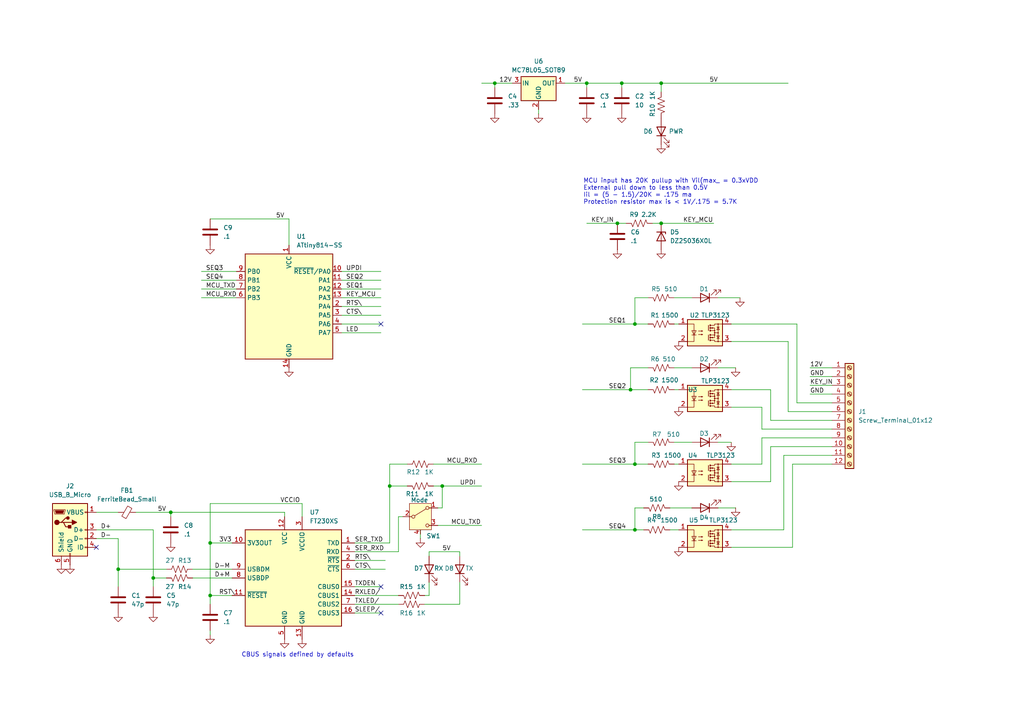
<source format=kicad_sch>
(kicad_sch (version 20231120) (generator "eeschema") (generator_version "8.0")
  (paper "A4")
  (lib_symbols
    (symbol "Connector:Screw_Terminal_01x12" (pin_names (offset 1.016) hide)
      (property "Reference" "J" (at 0 15.24 0))
      (property "Value" "Screw_Terminal_01x12" (at 0 -17.78 0))
      (symbol "Screw_Terminal_01x12_1_1"
        (rectangle (start -1.27 13.97) (end 1.27 -16.51) (stroke (width 0.254)) (fill (type background)))
        (circle (center 0 -15.24) (radius 0.635) (stroke (width 0.1524)))
        (circle (center 0 -12.7) (radius 0.635) (stroke (width 0.1524)))
        (circle (center 0 -10.16) (radius 0.635) (stroke (width 0.1524)))
        (circle (center 0 -7.62) (radius 0.635) (stroke (width 0.1524)))
        (circle (center 0 -5.08) (radius 0.635) (stroke (width 0.1524)))
        (circle (center 0 -2.54) (radius 0.635) (stroke (width 0.1524)))
        (polyline (pts (xy -0.5334 -14.9098) (xy 0.3302 -15.748)) (stroke (width 0.1524)))
        (polyline (pts (xy -0.5334 -12.3698) (xy 0.3302 -13.208)) (stroke (width 0.1524)))
        (polyline (pts (xy -0.5334 -9.8298) (xy 0.3302 -10.668)) (stroke (width 0.1524)))
        (polyline (pts (xy -0.5334 -7.2898) (xy 0.3302 -8.128)) (stroke (width 0.1524)))
        (polyline (pts (xy -0.5334 -4.7498) (xy 0.3302 -5.588)) (stroke (width 0.1524)))
        (polyline (pts (xy -0.5334 -2.2098) (xy 0.3302 -3.048)) (stroke (width 0.1524)))
        (polyline (pts (xy -0.5334 0.3302) (xy 0.3302 -0.508)) (stroke (width 0.1524)))
        (polyline (pts (xy -0.5334 2.8702) (xy 0.3302 2.032)) (stroke (width 0.1524)))
        (polyline (pts (xy -0.5334 5.4102) (xy 0.3302 4.572)) (stroke (width 0.1524)))
        (polyline (pts (xy -0.5334 7.9502) (xy 0.3302 7.112)) (stroke (width 0.1524)))
        (polyline (pts (xy -0.5334 10.4902) (xy 0.3302 9.652)) (stroke (width 0.1524)))
        (polyline (pts (xy -0.5334 13.0302) (xy 0.3302 12.192)) (stroke (width 0.1524)))
        (polyline (pts (xy -0.3556 -14.732) (xy 0.508 -15.5702)) (stroke (width 0.1524)))
        (polyline (pts (xy -0.3556 -12.192) (xy 0.508 -13.0302)) (stroke (width 0.1524)))
        (polyline (pts (xy -0.3556 -9.652) (xy 0.508 -10.4902)) (stroke (width 0.1524)))
        (polyline (pts (xy -0.3556 -7.112) (xy 0.508 -7.9502)) (stroke (width 0.1524)))
        (polyline (pts (xy -0.3556 -4.572) (xy 0.508 -5.4102)) (stroke (width 0.1524)))
        (polyline (pts (xy -0.3556 -2.032) (xy 0.508 -2.8702)) (stroke (width 0.1524)))
        (polyline (pts (xy -0.3556 0.508) (xy 0.508 -0.3302)) (stroke (width 0.1524)))
        (polyline (pts (xy -0.3556 3.048) (xy 0.508 2.2098)) (stroke (width 0.1524)))
        (polyline (pts (xy -0.3556 5.588) (xy 0.508 4.7498)) (stroke (width 0.1524)))
        (polyline (pts (xy -0.3556 8.128) (xy 0.508 7.2898)) (stroke (width 0.1524)))
        (polyline (pts (xy -0.3556 10.668) (xy 0.508 9.8298)) (stroke (width 0.1524)))
        (polyline (pts (xy -0.3556 13.208) (xy 0.508 12.3698)) (stroke (width 0.1524)))
        (circle (center 0 0) (radius 0.635) (stroke (width 0.1524)))
        (circle (center 0 2.54) (radius 0.635) (stroke (width 0.1524)))
        (circle (center 0 5.08) (radius 0.635) (stroke (width 0.1524)))
        (circle (center 0 7.62) (radius 0.635) (stroke (width 0.1524)))
        (circle (center 0 10.16) (radius 0.635) (stroke (width 0.1524)))
        (circle (center 0 12.7) (radius 0.635) (stroke (width 0.1524)))
        (pin passive line (at -5.08 12.7 0) (length 3.81) (name "Pin_1") (number "1"))
        (pin passive line (at -5.08 -10.16 0) (length 3.81) (name "Pin_10") (number "10"))
        (pin passive line (at -5.08 -12.7 0) (length 3.81) (name "Pin_11") (number "11"))
        (pin passive line (at -5.08 -15.24 0) (length 3.81) (name "Pin_12") (number "12"))
        (pin passive line (at -5.08 10.16 0) (length 3.81) (name "Pin_2") (number "2"))
        (pin passive line (at -5.08 7.62 0) (length 3.81) (name "Pin_3") (number "3"))
        (pin passive line (at -5.08 5.08 0) (length 3.81) (name "Pin_4") (number "4"))
        (pin passive line (at -5.08 2.54 0) (length 3.81) (name "Pin_5") (number "5"))
        (pin passive line (at -5.08 0 0) (length 3.81) (name "Pin_6") (number "6"))
        (pin passive line (at -5.08 -2.54 0) (length 3.81) (name "Pin_7") (number "7"))
        (pin passive line (at -5.08 -5.08 0) (length 3.81) (name "Pin_8") (number "8"))
        (pin passive line (at -5.08 -7.62 0) (length 3.81) (name "Pin_9") (number "9"))
      )
    )
    (symbol "Connector:USB_B_Micro" (pin_names (offset 1.016))
      (property "Reference" "J" (at -5.08 11.43 0))
      (property "Value" "USB_B_Micro" (at -5.08 8.89 0))
      (symbol "USB_B_Micro_0_1"
        (rectangle (start -5.08 -7.62) (end 5.08 7.62) (stroke (width 0.254)) (fill (type background)))
        (circle (center -3.81 2.159) (radius 0.635) (stroke (width 0.254)) (fill (type outline)))
        (circle (center -0.635 3.429) (radius 0.381) (stroke (width 0.254)) (fill (type outline)))
        (rectangle (start -0.127 -7.62) (end 0.127 -6.858))
        (polyline (pts (xy -1.905 2.159) (xy 0.635 2.159)) (stroke (width 0.254)))
        (polyline (pts (xy -3.175 2.159) (xy -2.54 2.159) (xy -1.27 3.429) (xy -0.635 3.429)) (stroke (width 0.254)))
        (polyline (pts (xy -2.54 2.159) (xy -1.905 2.159) (xy -1.27 0.889) (xy 0 0.889)) (stroke (width 0.254)))
        (polyline (pts (xy 0.635 2.794) (xy 0.635 1.524) (xy 1.905 2.159) (xy 0.635 2.794)) (stroke (width 0.254)) (fill (type outline)))
        (polyline (pts (xy -4.318 5.588) (xy -1.778 5.588) (xy -2.032 4.826) (xy -4.064 4.826) (xy -4.318 5.588)) (fill (type outline)))
        (polyline (pts (xy -4.699 5.842) (xy -4.699 5.588) (xy -4.445 4.826) (xy -4.445 4.572) (xy -1.651 4.572) (xy -1.651 4.826) (xy -1.397 5.588) (xy -1.397 5.842) (xy -4.699 5.842)))
        (rectangle (start 0.254 1.27) (end -0.508 0.508) (stroke (width 0.254)) (fill (type outline)))
        (rectangle (start 5.08 -5.207) (end 4.318 -4.953))
        (rectangle (start 5.08 -2.667) (end 4.318 -2.413))
        (rectangle (start 5.08 -0.127) (end 4.318 0.127))
        (rectangle (start 5.08 4.953) (end 4.318 5.207))
      )
      (symbol "USB_B_Micro_1_1"
        (pin power_out line (at 7.62 5.08 180) (length 2.54) (name "VBUS") (number "1"))
        (pin bidirectional line (at 7.62 -2.54 180) (length 2.54) (name "D-") (number "2"))
        (pin bidirectional line (at 7.62 0 180) (length 2.54) (name "D+") (number "3"))
        (pin passive line (at 7.62 -5.08 180) (length 2.54) (name "ID") (number "4"))
        (pin power_out line (at 0 -10.16 90) (length 2.54) (name "GND") (number "5"))
        (pin passive line (at -2.54 -10.16 90) (length 2.54) (name "Shield") (number "6"))
      )
    )
    (symbol "Device:C" (pin_numbers hide) (pin_names (offset 0.254))
      (property "Reference" "C" (at 0.635 2.54 0))
      (property "Value" "C" (at 0.635 -2.54 0))
      (symbol "C_0_1"
        (polyline (pts (xy -2.032 -0.762) (xy 2.032 -0.762)) (stroke (width 0.508)))
        (polyline (pts (xy -2.032 0.762) (xy 2.032 0.762)) (stroke (width 0.508)))
      )
      (symbol "C_1_1"
        (pin passive line (at 0 3.81 270) (length 2.794) (name "~") (number "1"))
        (pin passive line (at 0 -3.81 90) (length 2.794) (name "~") (number "2"))
      )
    )
    (symbol "Device:FerriteBead_Small" (pin_numbers hide) (pin_names (offset 0))
      (property "Reference" "FB" (at 1.905 1.27 0))
      (property "Value" "FerriteBead_Small" (at 1.905 -1.27 0))
      (symbol "FerriteBead_Small_0_1"
        (polyline (pts (xy 0 -1.27) (xy 0 -0.7874)))
        (polyline (pts (xy 0 0.889) (xy 0 1.2954)))
        (polyline (pts (xy -1.8288 0.2794) (xy -1.1176 1.4986) (xy 1.8288 -0.2032) (xy 1.1176 -1.4224) (xy -1.8288 0.2794)))
      )
      (symbol "FerriteBead_Small_1_1"
        (pin passive line (at 0 2.54 270) (length 1.27) (name "~") (number "1"))
        (pin passive line (at 0 -2.54 90) (length 1.27) (name "~") (number "2"))
      )
    )
    (symbol "Device:LED" (pin_numbers hide) (pin_names (offset 1.016) hide)
      (property "Reference" "D" (at 0 2.54 0))
      (property "Value" "LED" (at 0 -2.54 0))
      (symbol "LED_0_1"
        (polyline (pts (xy -1.27 -1.27) (xy -1.27 1.27)) (stroke (width 0.254)))
        (polyline (pts (xy -1.27 0) (xy 1.27 0)))
        (polyline (pts (xy 1.27 -1.27) (xy 1.27 1.27) (xy -1.27 0) (xy 1.27 -1.27)) (stroke (width 0.254)))
        (polyline (pts (xy -3.048 -0.762) (xy -4.572 -2.286) (xy -3.81 -2.286) (xy -4.572 -2.286) (xy -4.572 -1.524)))
        (polyline (pts (xy -1.778 -0.762) (xy -3.302 -2.286) (xy -2.54 -2.286) (xy -3.302 -2.286) (xy -3.302 -1.524)))
      )
      (symbol "LED_1_1"
        (pin passive line (at -3.81 0 0) (length 2.54) (name "K") (number "1"))
        (pin passive line (at 3.81 0 180) (length 2.54) (name "A") (number "2"))
      )
    )
    (symbol "Device:R_US" (pin_numbers hide) (pin_names (offset 0))
      (property "Reference" "R" (at 2.54 0 90))
      (property "Value" "R_US" (at -2.54 0 90))
      (symbol "R_US_0_1"
        (polyline (pts (xy 0 -2.286) (xy 0 -2.54)))
        (polyline (pts (xy 0 2.286) (xy 0 2.54)))
        (polyline (pts (xy 0 -0.762) (xy 1.016 -1.143) (xy 0 -1.524) (xy -1.016 -1.905) (xy 0 -2.286)))
        (polyline (pts (xy 0 0.762) (xy 1.016 0.381) (xy 0 0) (xy -1.016 -0.381) (xy 0 -0.762)))
        (polyline (pts (xy 0 2.286) (xy 1.016 1.905) (xy 0 1.524) (xy -1.016 1.143) (xy 0 0.762)))
      )
      (symbol "R_US_1_1"
        (pin passive line (at 0 3.81 270) (length 1.27) (name "~") (number "1"))
        (pin passive line (at 0 -3.81 90) (length 1.27) (name "~") (number "2"))
      )
    )
    (symbol "Diode:DZ2S036X0L" (pin_numbers hide) (pin_names hide)
      (property "Reference" "D" (at 0 2.54 0))
      (property "Value" "DZ2S036X0L" (at 0 -2.54 0))
      (symbol "DZ2S036X0L_0_1"
        (polyline (pts (xy 1.27 0) (xy -1.27 0)))
        (polyline (pts (xy -1.27 -1.27) (xy -1.27 1.27) (xy -0.762 1.27)) (stroke (width 0.254)))
        (polyline (pts (xy 1.27 -1.27) (xy 1.27 1.27) (xy -1.27 0) (xy 1.27 -1.27)) (stroke (width 0.254)))
      )
      (symbol "DZ2S036X0L_1_1"
        (pin passive line (at -3.81 0 0) (length 2.54) (name "K") (number "1"))
        (pin passive line (at 3.81 0 180) (length 2.54) (name "A") (number "2"))
      )
    )
    (symbol "Interface_USB:FT230XS"
      (property "Reference" "U" (at -13.97 15.24 0))
      (property "Value" "FT230XS" (at 7.62 15.24 0))
      (symbol "FT230XS_0_1"
        (rectangle (start -13.97 13.97) (end 13.97 -13.97) (stroke (width 0.254)) (fill (type background)))
      )
      (symbol "FT230XS_1_1"
        (pin output line (at 17.78 10.16 180) (length 3.81) (name "TXD") (number "1"))
        (pin power_out line (at -17.78 10.16 0) (length 3.81) (name "3V3OUT") (number "10"))
        (pin input line (at -17.78 -5.08 0) (length 3.81) (name "~{RESET}") (number "11"))
        (pin power_in line (at -2.54 17.78 270) (length 3.81) (name "VCC") (number "12"))
        (pin power_in line (at 2.54 -17.78 90) (length 3.81) (name "GND") (number "13"))
        (pin bidirectional line (at 17.78 -5.08 180) (length 3.81) (name "CBUS1") (number "14"))
        (pin bidirectional line (at 17.78 -2.54 180) (length 3.81) (name "CBUS0") (number "15"))
        (pin bidirectional line (at 17.78 -10.16 180) (length 3.81) (name "CBUS3") (number "16"))
        (pin output line (at 17.78 5.08 180) (length 3.81) (name "~{RTS}") (number "2"))
        (pin power_in line (at 2.54 17.78 270) (length 3.81) (name "VCCIO") (number "3"))
        (pin input line (at 17.78 7.62 180) (length 3.81) (name "RXD") (number "4"))
        (pin power_in line (at -2.54 -17.78 90) (length 3.81) (name "GND") (number "5"))
        (pin input line (at 17.78 2.54 180) (length 3.81) (name "~{CTS}") (number "6"))
        (pin bidirectional line (at 17.78 -7.62 180) (length 3.81) (name "CBUS2") (number "7"))
        (pin bidirectional line (at -17.78 0 0) (length 3.81) (name "USBDP") (number "8"))
        (pin bidirectional line (at -17.78 2.54 0) (length 3.81) (name "USBDM") (number "9"))
      )
    )
    (symbol "LED:IR26-21C_L110_TR8" (pin_numbers hide) (pin_names (offset 1.016) hide)
      (property "Reference" "D" (at 0 2.54 0))
      (property "Value" "IR26-21C_L110_TR8" (at 0 -3.81 0))
      (symbol "IR26-21C_L110_TR8_0_1"
        (polyline (pts (xy -1.27 -1.27) (xy -1.27 1.27)) (stroke (width 0.254)))
        (polyline (pts (xy -1.27 0) (xy 1.27 0)))
        (polyline (pts (xy 1.27 -1.27) (xy 1.27 1.27) (xy -1.27 0) (xy 1.27 -1.27)) (stroke (width 0.254)))
        (polyline (pts (xy -3.048 -0.762) (xy -4.572 -2.286) (xy -3.81 -2.286) (xy -4.572 -2.286) (xy -4.572 -1.524)))
        (polyline (pts (xy -1.778 -0.762) (xy -3.302 -2.286) (xy -2.54 -2.286) (xy -3.302 -2.286) (xy -3.302 -1.524)))
      )
      (symbol "IR26-21C_L110_TR8_1_1"
        (pin passive line (at -3.81 0 0) (length 2.54) (name "K") (number "1"))
        (pin passive line (at 3.81 0 180) (length 2.54) (name "A") (number "2"))
      )
    )
    (symbol "MCU_Microchip_ATtiny:ATtiny814-SS"
      (property "Reference" "U" (at -12.7 16.51 0))
      (property "Value" "ATtiny814-SS" (at 2.54 -16.51 0))
      (symbol "ATtiny814-SS_0_1"
        (rectangle (start -12.7 -15.24) (end 12.7 15.24) (stroke (width 0.254)) (fill (type background)))
      )
      (symbol "ATtiny814-SS_1_1"
        (pin power_in line (at 0 17.78 270) (length 2.54) (name "VCC") (number "1"))
        (pin bidirectional line (at 15.24 10.16 180) (length 2.54) (name "~{RESET}/PA0") (number "10"))
        (pin bidirectional line (at 15.24 7.62 180) (length 2.54) (name "PA1") (number "11"))
        (pin bidirectional line (at 15.24 5.08 180) (length 2.54) (name "PA2") (number "12"))
        (pin bidirectional line (at 15.24 2.54 180) (length 2.54) (name "PA3") (number "13"))
        (pin power_in line (at 0 -17.78 90) (length 2.54) (name "GND") (number "14"))
        (pin bidirectional line (at 15.24 0 180) (length 2.54) (name "PA4") (number "2"))
        (pin bidirectional line (at 15.24 -2.54 180) (length 2.54) (name "PA5") (number "3"))
        (pin bidirectional line (at 15.24 -5.08 180) (length 2.54) (name "PA6") (number "4"))
        (pin bidirectional line (at 15.24 -7.62 180) (length 2.54) (name "PA7") (number "5"))
        (pin bidirectional line (at -15.24 2.54 0) (length 2.54) (name "PB3") (number "6"))
        (pin bidirectional line (at -15.24 5.08 0) (length 2.54) (name "PB2") (number "7"))
        (pin bidirectional line (at -15.24 7.62 0) (length 2.54) (name "PB1") (number "8"))
        (pin bidirectional line (at -15.24 10.16 0) (length 2.54) (name "PB0") (number "9"))
      )
    )
    (symbol "Regulator_Linear:MC78L05_SOT89" (pin_names (offset 0.254))
      (property "Reference" "U" (at -3.81 3.175 0))
      (property "Value" "MC78L05_SOT89" (at -0.635 3.175 0))
      (symbol "MC78L05_SOT89_0_1"
        (rectangle (start -5.08 1.905) (end 5.08 -5.08) (stroke (width 0.254)) (fill (type background)))
      )
      (symbol "MC78L05_SOT89_1_1"
        (pin power_out line (at 7.62 0 180) (length 2.54) (name "OUT") (number "1"))
        (pin power_in line (at 0 -7.62 90) (length 2.54) (name "GND") (number "2"))
        (pin power_in line (at -7.62 0 0) (length 2.54) (name "IN") (number "3"))
      )
    )
    (symbol "Relay_SolidState:TLP3123"
      (property "Reference" "U" (at -5.08 5.08 0))
      (property "Value" "TLP3123" (at 0 5.08 0))
      (symbol "TLP3123_0_1"
        (rectangle (start -5.08 3.81) (end 5.08 -3.81) (stroke (width 0.254)) (fill (type background)))
        (polyline (pts (xy -3.81 -0.635) (xy -2.54 -0.635)))
        (polyline (pts (xy 1.016 -0.635) (xy 1.016 -2.159)) (stroke (width 0.2032)))
        (polyline (pts (xy 1.016 2.159) (xy 1.016 0.635)) (stroke (width 0.2032)))
        (polyline (pts (xy 1.524 -0.508) (xy 1.524 -0.762)) (stroke (width 0.3556)))
        (polyline (pts (xy 2.794 0) (xy 3.81 0)))
        (polyline (pts (xy 3.429 -1.651) (xy 4.191 -1.651)))
        (polyline (pts (xy 3.429 1.651) (xy 4.191 1.651)))
        (polyline (pts (xy 3.81 -2.54) (xy 3.81 2.54)))
        (polyline (pts (xy 1.524 -2.032) (xy 1.524 -2.286) (xy 1.524 -2.286)) (stroke (width 0.3556)))
        (polyline (pts (xy 1.524 -1.27) (xy 1.524 -1.524) (xy 1.524 -1.524)) (stroke (width 0.3556)))
        (polyline (pts (xy 1.524 0.762) (xy 1.524 0.508) (xy 1.524 0.508)) (stroke (width 0.3556)))
        (polyline (pts (xy 1.524 1.524) (xy 1.524 1.27) (xy 1.524 1.27)) (stroke (width 0.3556)))
        (polyline (pts (xy 1.524 2.286) (xy 1.524 2.032) (xy 1.524 2.032)) (stroke (width 0.3556)))
        (polyline (pts (xy 1.651 -1.397) (xy 2.794 -1.397) (xy 2.794 -0.635)))
        (polyline (pts (xy 1.651 1.397) (xy 2.794 1.397) (xy 2.794 0.635)))
        (polyline (pts (xy -5.08 2.54) (xy -3.175 2.54) (xy -3.175 -2.54) (xy -5.08 -2.54)))
        (polyline (pts (xy -3.175 -0.635) (xy -3.81 0.635) (xy -2.54 0.635) (xy -3.175 -0.635)))
        (polyline (pts (xy 1.651 -2.159) (xy 2.794 -2.159) (xy 2.794 -2.54) (xy 5.08 -2.54)))
        (polyline (pts (xy 1.651 -0.635) (xy 2.794 -0.635) (xy 2.794 0.635) (xy 1.651 0.635)))
        (polyline (pts (xy 1.651 2.159) (xy 2.794 2.159) (xy 2.794 2.54) (xy 5.08 2.54)))
        (polyline (pts (xy 1.778 -1.397) (xy 2.286 -1.27) (xy 2.286 -1.524) (xy 1.778 -1.397)))
        (polyline (pts (xy 1.778 1.397) (xy 2.286 1.524) (xy 2.286 1.27) (xy 1.778 1.397)))
        (polyline (pts (xy 3.81 -1.651) (xy 3.429 -0.889) (xy 4.191 -0.889) (xy 3.81 -1.651)))
        (polyline (pts (xy 3.81 1.651) (xy 3.429 0.889) (xy 4.191 0.889) (xy 3.81 1.651)))
        (polyline (pts (xy -1.905 -0.508) (xy -0.635 -0.508) (xy -1.016 -0.635) (xy -1.016 -0.381) (xy -0.635 -0.508)))
        (polyline (pts (xy -1.905 0.508) (xy -0.635 0.508) (xy -1.016 0.381) (xy -1.016 0.635) (xy -0.635 0.508)))
        (circle (center 2.794 -0.635) (radius 0.127))
        (circle (center 2.794 0) (radius 0.127))
        (circle (center 2.794 0.635) (radius 0.127))
        (circle (center 3.81 -2.54) (radius 0.127))
        (circle (center 3.81 0) (radius 0.127))
        (circle (center 3.81 2.54) (radius 0.127))
      )
      (symbol "TLP3123_1_1"
        (pin passive line (at -7.62 2.54 0) (length 2.54) (name "~") (number "1"))
        (pin passive line (at -7.62 -2.54 0) (length 2.54) (name "~") (number "2"))
        (pin passive line (at 7.62 -2.54 180) (length 2.54) (name "~") (number "3"))
        (pin passive line (at 7.62 2.54 180) (length 2.54) (name "~") (number "4"))
      )
    )
    (symbol "Switch:SW_SPDT" (pin_names (offset 0) hide)
      (property "Reference" "SW1" (at 0 8.89 0))
      (property "Value" "SW_SPDT" (at 0 6.35 0))
      (symbol "SW_SPDT_0_1"
        (circle (center -2.032 0) (radius 0.4572))
        (polyline (pts (xy -1.651 0.254) (xy 1.651 2.286)))
        (circle (center 2.032 -2.54) (radius 0.4572))
        (circle (center 2.032 2.54) (radius 0.4572))
      )
      (symbol "SW_SPDT_1_1"
        (rectangle (start -3.175 3.81) (end 3.175 -3.81) (fill (type background)))
        (pin passive line (at 5.08 2.54 180) (length 2.54) (name "A") (number "1"))
        (pin passive line (at -5.08 0 0) (length 2.54) (name "B") (number "2"))
        (pin passive line (at 5.08 -2.54 180) (length 2.54) (name "C") (number "3"))
        (pin passive line (at 0 -3.81 270) (length 1.27) (name "Frame") (number "4"))
      )
    )
    (symbol "power:GND" (power) (pin_numbers hide) (pin_names (offset 0) hide)
      (property "Value" "GND" (at 0 -3.81 0))
      (symbol "GND_0_1"
        (polyline (pts (xy 0 0) (xy 0 -1.27) (xy 1.27 -1.27) (xy 0 -2.54) (xy -1.27 -1.27) (xy 0 -1.27)))
      )
      (symbol "GND_1_1"
        (pin power_in line (at 0 0 270) (length 0) (name "~") (number "1"))
      )
    )
  )
  (junction (at 184.15 134.62))
  (junction (at 128.27 140.97))
  (junction (at 184.15 153.67))
  (junction (at 60.96 157.48))
  (junction (at 170.18 24.13))
  (junction (at 60.96 172.72))
  (junction (at 184.15 93.98))
  (junction (at 113.03 140.97))
  (junction (at 49.53 148.59))
  (junction (at 143.51 24.13))
  (junction (at 34.29 165.1))
  (junction (at 191.77 24.13))
  (junction (at 182.88 113.03))
  (junction (at 179.07 64.77))
  (junction (at 180.34 24.13))
  (junction (at 44.45 167.64))
  (junction (at 191.77 64.77))
  (no_connect (at 110.49 93.98))
  (no_connect (at 110.49 177.8))
  (no_connect (at 27.94 158.75))
  (no_connect (at 110.49 170.18))
  (wire (pts (xy 220.98 124.46) (xy 241.3 124.46)))
  (wire (pts (xy 191.77 24.13) (xy 228.6 24.13)))
  (wire (pts (xy 234.95 106.68) (xy 241.3 106.68)))
  (wire (pts (xy 228.6 99.06) (xy 228.6 119.38)))
  (wire (pts (xy 55.88 167.64) (xy 67.31 167.64)))
  (wire (pts (xy 124.46 160.02) (xy 124.46 161.29)))
  (wire (pts (xy 44.45 167.64) (xy 44.45 170.18)))
  (wire (pts (xy 143.51 24.13) (xy 139.7 24.13)))
  (wire (pts (xy 58.42 81.28) (xy 68.58 81.28)))
  (wire (pts (xy 168.91 134.62) (xy 184.15 134.62)))
  (wire (pts (xy 223.52 113.03) (xy 223.52 121.92)))
  (wire (pts (xy 212.09 93.98) (xy 231.14 93.98)))
  (wire (pts (xy 60.96 172.72) (xy 67.31 172.72)))
  (wire (pts (xy 212.09 118.11) (xy 220.98 118.11)))
  (wire (pts (xy 121.92 153.67) (xy 121.92 156.21)))
  (wire (pts (xy 27.94 148.59) (xy 34.29 148.59)))
  (wire (pts (xy 60.96 172.72) (xy 60.96 157.48)))
  (wire (pts (xy 196.85 93.98) (xy 195.58 93.98)))
  (wire (pts (xy 27.94 156.21) (xy 34.29 156.21)))
  (wire (pts (xy 184.15 128.27) (xy 187.96 128.27)))
  (wire (pts (xy 191.77 24.13) (xy 191.77 26.67)))
  (wire (pts (xy 58.42 83.82) (xy 68.58 83.82)))
  (wire (pts (xy 58.42 86.36) (xy 68.58 86.36)))
  (wire (pts (xy 223.52 139.7) (xy 223.52 129.54)))
  (wire (pts (xy 99.06 83.82) (xy 110.49 83.82)))
  (wire (pts (xy 212.09 99.06) (xy 228.6 99.06)))
  (wire (pts (xy 227.33 132.08) (xy 227.33 153.67)))
  (wire (pts (xy 125.73 140.97) (xy 128.27 140.97)))
  (wire (pts (xy 113.03 157.48) (xy 102.87 157.48)))
  (wire (pts (xy 170.18 25.4) (xy 170.18 24.13)))
  (wire (pts (xy 60.96 146.05) (xy 60.96 157.48)))
  (wire (pts (xy 60.96 146.05) (xy 87.63 146.05)))
  (wire (pts (xy 196.85 113.03) (xy 195.58 113.03)))
  (wire (pts (xy 168.91 113.03) (xy 182.88 113.03)))
  (wire (pts (xy 208.28 147.32) (xy 213.36 147.32)))
  (wire (pts (xy 55.88 165.1) (xy 67.31 165.1)))
  (wire (pts (xy 99.06 88.9) (xy 110.49 88.9)))
  (wire (pts (xy 133.35 168.91) (xy 133.35 175.26)))
  (wire (pts (xy 223.52 129.54) (xy 241.3 129.54)))
  (wire (pts (xy 123.19 175.26) (xy 133.35 175.26)))
  (wire (pts (xy 58.42 78.74) (xy 68.58 78.74)))
  (wire (pts (xy 184.15 147.32) (xy 184.15 153.67)))
  (wire (pts (xy 39.37 148.59) (xy 49.53 148.59)))
  (wire (pts (xy 180.34 24.13) (xy 180.34 25.4)))
  (wire (pts (xy 191.77 64.77) (xy 207.01 64.77)))
  (wire (pts (xy 229.87 134.62) (xy 229.87 158.75)))
  (wire (pts (xy 110.49 177.8) (xy 102.87 177.8)))
  (wire (pts (xy 143.51 24.13) (xy 148.59 24.13)))
  (wire (pts (xy 125.73 134.62) (xy 139.7 134.62)))
  (wire (pts (xy 208.28 106.68) (xy 213.36 106.68)))
  (wire (pts (xy 127 147.32) (xy 128.27 147.32)))
  (wire (pts (xy 102.87 172.72) (xy 115.57 172.72)))
  (wire (pts (xy 208.28 128.27) (xy 212.09 128.27)))
  (wire (pts (xy 128.27 140.97) (xy 128.27 147.32)))
  (wire (pts (xy 170.18 24.13) (xy 180.34 24.13)))
  (wire (pts (xy 102.87 175.26) (xy 115.57 175.26)))
  (wire (pts (xy 34.29 156.21) (xy 34.29 165.1)))
  (wire (pts (xy 220.98 118.11) (xy 220.98 124.46)))
  (wire (pts (xy 49.53 148.59) (xy 49.53 149.86)))
  (wire (pts (xy 170.18 64.77) (xy 179.07 64.77)))
  (wire (pts (xy 212.09 158.75) (xy 229.87 158.75)))
  (wire (pts (xy 227.33 153.67) (xy 212.09 153.67)))
  (wire (pts (xy 87.63 146.05) (xy 87.63 149.86)))
  (wire (pts (xy 220.98 127) (xy 241.3 127)))
  (wire (pts (xy 102.87 165.1) (xy 111.76 165.1)))
  (wire (pts (xy 83.82 63.5) (xy 83.82 71.12)))
  (wire (pts (xy 195.58 128.27) (xy 200.66 128.27)))
  (wire (pts (xy 44.45 167.64) (xy 48.26 167.64)))
  (wire (pts (xy 115.57 149.86) (xy 115.57 160.02)))
  (wire (pts (xy 212.09 113.03) (xy 223.52 113.03)))
  (wire (pts (xy 99.06 96.52) (xy 110.49 96.52)))
  (wire (pts (xy 113.03 140.97) (xy 113.03 157.48)))
  (wire (pts (xy 194.31 153.67) (xy 196.85 153.67)))
  (wire (pts (xy 231.14 93.98) (xy 231.14 116.84)))
  (wire (pts (xy 180.34 24.13) (xy 191.77 24.13)))
  (wire (pts (xy 212.09 134.62) (xy 220.98 134.62)))
  (wire (pts (xy 220.98 127) (xy 220.98 134.62)))
  (wire (pts (xy 241.3 134.62) (xy 229.87 134.62)))
  (wire (pts (xy 49.53 148.59) (xy 82.55 148.59)))
  (wire (pts (xy 113.03 140.97) (xy 118.11 140.97)))
  (wire (pts (xy 189.23 64.77) (xy 191.77 64.77)))
  (wire (pts (xy 234.95 114.3) (xy 241.3 114.3)))
  (wire (pts (xy 34.29 165.1) (xy 48.26 165.1)))
  (wire (pts (xy 127 152.4) (xy 139.7 152.4)))
  (wire (pts (xy 156.21 33.02) (xy 156.21 31.75)))
  (wire (pts (xy 195.58 134.62) (xy 196.85 134.62)))
  (wire (pts (xy 27.94 153.67) (xy 44.45 153.67)))
  (wire (pts (xy 60.96 157.48) (xy 67.31 157.48)))
  (wire (pts (xy 186.69 147.32) (xy 184.15 147.32)))
  (wire (pts (xy 241.3 132.08) (xy 227.33 132.08)))
  (wire (pts (xy 124.46 168.91) (xy 124.46 172.72)))
  (wire (pts (xy 228.6 119.38) (xy 241.3 119.38)))
  (wire (pts (xy 168.91 153.67) (xy 184.15 153.67)))
  (wire (pts (xy 44.45 153.67) (xy 44.45 167.64)))
  (wire (pts (xy 115.57 160.02) (xy 102.87 160.02)))
  (wire (pts (xy 184.15 86.36) (xy 187.96 86.36)))
  (wire (pts (xy 113.03 134.62) (xy 113.03 140.97)))
  (wire (pts (xy 200.66 86.36) (xy 195.58 86.36)))
  (wire (pts (xy 60.96 182.88) (xy 60.96 184.15)))
  (wire (pts (xy 99.06 78.74) (xy 110.49 78.74)))
  (wire (pts (xy 184.15 128.27) (xy 184.15 134.62)))
  (wire (pts (xy 182.88 113.03) (xy 187.96 113.03)))
  (wire (pts (xy 234.95 111.76) (xy 241.3 111.76)))
  (wire (pts (xy 214.63 86.36) (xy 208.28 86.36)))
  (wire (pts (xy 179.07 64.77) (xy 181.61 64.77)))
  (wire (pts (xy 110.49 170.18) (xy 102.87 170.18)))
  (wire (pts (xy 234.95 109.22) (xy 241.3 109.22)))
  (wire (pts (xy 82.55 148.59) (xy 82.55 149.86)))
  (wire (pts (xy 184.15 134.62) (xy 187.96 134.62)))
  (wire (pts (xy 184.15 86.36) (xy 184.15 93.98)))
  (wire (pts (xy 194.31 147.32) (xy 200.66 147.32)))
  (wire (pts (xy 184.15 153.67) (xy 186.69 153.67)))
  (wire (pts (xy 99.06 86.36) (xy 110.49 86.36)))
  (wire (pts (xy 182.88 106.68) (xy 187.96 106.68)))
  (wire (pts (xy 60.96 63.5) (xy 83.82 63.5)))
  (wire (pts (xy 124.46 172.72) (xy 123.19 172.72)))
  (wire (pts (xy 115.57 149.86) (xy 116.84 149.86)))
  (wire (pts (xy 99.06 81.28) (xy 110.49 81.28)))
  (wire (pts (xy 195.58 106.68) (xy 200.66 106.68)))
  (wire (pts (xy 124.46 160.02) (xy 133.35 160.02)))
  (wire (pts (xy 212.09 139.7) (xy 223.52 139.7)))
  (wire (pts (xy 113.03 134.62) (xy 118.11 134.62)))
  (wire (pts (xy 231.14 116.84) (xy 241.3 116.84)))
  (wire (pts (xy 34.29 165.1) (xy 34.29 170.18)))
  (wire (pts (xy 99.06 93.98) (xy 110.49 93.98)))
  (wire (pts (xy 128.27 140.97) (xy 139.7 140.97)))
  (wire (pts (xy 143.51 24.13) (xy 143.51 25.4)))
  (wire (pts (xy 168.91 93.98) (xy 184.15 93.98)))
  (wire (pts (xy 163.83 24.13) (xy 170.18 24.13)))
  (wire (pts (xy 102.87 162.56) (xy 111.76 162.56)))
  (wire (pts (xy 99.06 91.44) (xy 110.49 91.44)))
  (wire (pts (xy 184.15 93.98) (xy 187.96 93.98)))
  (wire (pts (xy 60.96 172.72) (xy 60.96 175.26)))
  (wire (pts (xy 133.35 161.29) (xy 133.35 160.02)))
  (wire (pts (xy 223.52 121.92) (xy 241.3 121.92)))
  (wire (pts (xy 182.88 106.68) (xy 182.88 113.03)))
  (text "CBUS signals defined by defaults\n" (at 86.36 189.992 0) (effects (font (size 1.27 1.27))))
  (text "MCU input has 20K pullup with Vil(max_ = 0.3xVDD\nExternal pull down to less than 0.5V\nIil = (5 - 1.5)/20K = .175 ma\nProtection resistor max is < 1V/.175 = 5.7K\n" (at 169.164 55.626 0) (effects (font (size 1.27 1.27)) (justify left)))
  (label "GND" (at 234.95 109.22 0))
  (label "3V3" (at 63.5 157.48 0))
  (label "KEY_MCU" (at 198.12 64.77 0))
  (label "CTS\\" (at 102.87 165.1 0))
  (label "12V" (at 144.78 24.13 0))
  (label "TXLED{slash}" (at 102.87 175.26 0))
  (label "MCU_RXD" (at 129.54 134.62 0))
  (label "SEQ4" (at 176.53 153.67 0))
  (label "LED" (at 100.33 96.52 0))
  (label "MCU_TXD" (at 130.81 152.4 0))
  (label "D+M" (at 62.23 167.64 0))
  (label "5V" (at 45.72 148.59 0))
  (label "SEQ3" (at 59.69 78.74 0))
  (label "SEQ4" (at 59.69 81.28 0))
  (label "SEQ1" (at 176.53 93.98 0))
  (label "RTS\\" (at 102.87 162.56 0))
  (label "SLEEP{slash}" (at 102.87 177.8 0))
  (label "GND" (at 234.95 114.3 0))
  (label "12V" (at 234.95 106.68 0))
  (label "5V" (at 166.37 24.13 0))
  (label "SEQ2" (at 100.33 81.28 0))
  (label "TXDEN" (at 102.87 170.18 0))
  (label "5V" (at 205.74 24.13 0))
  (label "SEQ3" (at 176.53 134.62 0))
  (label "RXLED{slash}" (at 102.87 172.72 0))
  (label "KEY_IN" (at 171.45 64.77 0))
  (label "CTS\\" (at 100.33 91.44 0))
  (label "UPDI" (at 133.35 140.97 0))
  (label "MCU_RXD" (at 59.69 86.36 0))
  (label "5V" (at 128.27 160.02 0))
  (label "SER_TXD" (at 102.87 157.48 0))
  (label "SER_RXD" (at 102.87 160.02 0))
  (label "RTS\\" (at 100.33 88.9 0))
  (label "MCU_TXD" (at 59.69 83.82 0))
  (label "UPDI" (at 100.33 78.74 0))
  (label "KEY_MCU" (at 100.33 86.36 0))
  (label "RST\\" (at 63.5 172.72 0))
  (label "VCCIO" (at 81.28 146.05 0))
  (label "D-M" (at 62.23 165.1 0))
  (label "KEY_IN" (at 234.95 111.76 0))
  (label "5V" (at 80.01 63.5 0))
  (label "D+" (at 29.21 153.67 0))
  (label "SEQ2" (at 176.53 113.03 0))
  (label "D-" (at 29.21 156.21 0))
  (label "SEQ1" (at 100.33 83.82 0))
  (symbol (lib_id "LED:IR26-21C_L110_TR8") (at 204.47 106.68 180) (unit 1)
    (property "Reference" "D2" (at 204.216 104.14 0))
    (property "Value" "IR26-21C_L110_TR8" (effects (hide yes)))
    (property "Footprint" "LED_SMD:LED_0603_1608Metric" (effects (hide yes)))
    (property "Datasheet" "http://www.everlight.com/file/ProductFile/IR26-21C-L110-TR8.pdf" (effects (hide yes)))
    (property "Description" "940nm, 20 deg, Infrared LED, 1206" (effects (hide yes)))
  )
  (symbol (lib_id "power:GND") (at 196.85 99.06 0) (unit 1)
    (property "Reference" "#PWR013" (effects (hide yes)))
    (property "Value" "GND" (effects (hide yes)))
    (property "Description" "Power symbol creates a global label with name \"GND\" , ground" (effects (hide yes)))
  )
  (symbol (lib_id "Device:C") (at 60.96 67.31 0) (unit 1)
    (property "Reference" "C9" (at 64.77 66.0399 0) (effects (justify left)))
    (property "Value" ".1" (at 64.77 68.5799 0) (effects (justify left)))
    (property "Footprint" "Capacitor_SMD:C_0603_1608Metric" (effects (hide yes)))
    (property "Description" "Unpolarized capacitor" (effects (hide yes)))
  )
  (symbol (lib_id "power:GND") (at 179.07 72.39 0) (unit 1)
    (property "Reference" "#PWR021" (effects (hide yes)))
    (property "Value" "GND" (effects (hide yes)))
    (property "Description" "Power symbol creates a global label with name \"GND\" , ground" (effects (hide yes)))
  )
  (symbol (lib_id "power:GND") (at 191.77 41.91 0) (unit 1)
    (property "Reference" "#PWR01" (effects (hide yes)))
    (property "Value" "GND" (effects (hide yes)))
    (property "Description" "Power symbol creates a global label with name \"GND\" , ground" (effects (hide yes)))
  )
  (symbol (lib_id "Switch:SW_SPDT") (at 121.92 149.86 0) (unit 1)
    (property "Reference" "SW1" (at 125.73 155.448 0))
    (property "Value" "Mode" (at 121.666 145.034 0))
    (property "Footprint" "Library:SLW-1277744-3a-n-d" (effects (hide yes)))
    (property "Description" "Switch, single pole double throw" (effects (hide yes)))
  )
  (symbol (lib_id "Relay_SolidState:TLP3123") (at 204.47 137.16 0) (unit 1)
    (property "Reference" "U4" (at 200.914 132.08 0))
    (property "Value" "TLP3123" (at 209.042 132.08 0))
    (property "Footprint" "Package_SO:SO-4_4.4x3.9mm_P2.54mm" (effects (hide yes)))
    (property "Datasheet" "https://toshiba.semicon-storage.com/info/docget.jsp?did=10047&prodName=TLP3123" (effects (hide yes)))
    (property "Description" "Solid State Relay (Photo MOSFET) 40V, 1A, 0.1Ohm, SO-4" (effects (hide yes)))
  )
  (symbol (lib_id "power:GND") (at 49.53 157.48 0) (unit 1)
    (property "Reference" "#PWR025" (effects (hide yes)))
    (property "Value" "GND" (effects (hide yes)))
    (property "Description" "Power symbol creates a global label with name \"GND\" , ground" (effects (hide yes)))
  )
  (symbol (lib_id "power:GND") (at 82.55 185.42 0) (unit 1)
    (property "Reference" "#PWR016" (effects (hide yes)))
    (property "Value" "GND" (effects (hide yes)))
    (property "Description" "Power symbol creates a global label with name \"GND\" , ground" (effects (hide yes)))
  )
  (symbol (lib_id "Device:R_US") (at 191.77 86.36 90) (mirror x) (unit 1)
    (property "Reference" "R5" (at 190.246 83.82 90))
    (property "Value" "510" (at 194.564 83.82 90))
    (property "Footprint" "Resistor_SMD:R_0603_1608Metric" (effects (hide yes)))
    (property "Description" "Resistor, US symbol" (effects (hide yes)))
  )
  (symbol (lib_id "Device:C") (at 143.51 29.21 0) (unit 1)
    (property "Reference" "C4" (at 147.32 27.9399 0) (effects (justify left)))
    (property "Value" ".33" (at 147.32 30.4799 0) (effects (justify left)))
    (property "Footprint" "Capacitor_SMD:C_0603_1608Metric" (effects (hide yes)))
    (property "Description" "Unpolarized capacitor" (effects (hide yes)))
  )
  (symbol (lib_id "power:GND") (at 191.77 72.39 0) (unit 1)
    (property "Reference" "#PWR020" (effects (hide yes)))
    (property "Value" "GND" (effects (hide yes)))
    (property "Description" "Power symbol creates a global label with name \"GND\" , ground" (effects (hide yes)))
  )
  (symbol (lib_id "power:GND") (at 121.92 156.21 0) (unit 1)
    (property "Reference" "#PWR026" (effects (hide yes)))
    (property "Value" "GND" (effects (hide yes)))
    (property "Description" "Power symbol creates a global label with name \"GND\" , ground" (effects (hide yes)))
  )
  (symbol (lib_id "Device:LED") (at 133.35 165.1 90) (unit 1)
    (property "Reference" "D8" (at 130.302 164.846 90))
    (property "Value" "TX" (at 136.144 164.846 90))
    (property "Footprint" "LED_SMD:LED_0603_1608Metric" (effects (hide yes)))
    (property "Description" "Light emitting diode" (effects (hide yes)))
  )
  (symbol (lib_id "LED:IR26-21C_L110_TR8") (at 204.47 147.32 180) (unit 1)
    (property "Reference" "D4" (at 204.216 150.114 0))
    (property "Value" "IR26-21C_L110_TR8" (effects (hide yes)))
    (property "Footprint" "LED_SMD:LED_0603_1608Metric" (effects (hide yes)))
    (property "Datasheet" "http://www.everlight.com/file/ProductFile/IR26-21C-L110-TR8.pdf" (effects (hide yes)))
    (property "Description" "940nm, 20 deg, Infrared LED, 1206" (effects (hide yes)))
  )
  (symbol (lib_id "power:GND") (at 20.32 163.83 0) (unit 1)
    (property "Reference" "#PWR06" (effects (hide yes)))
    (property "Value" "GND" (effects (hide yes)))
    (property "Description" "Power symbol creates a global label with name \"GND\" , ground" (effects (hide yes)))
  )
  (symbol (lib_id "Device:R_US") (at 191.77 134.62 90) (mirror x) (unit 1)
    (property "Reference" "R3" (at 190.246 132.08 90))
    (property "Value" "1500" (at 195.072 132.08 90))
    (property "Footprint" "Resistor_SMD:R_0603_1608Metric" (effects (hide yes)))
    (property "Description" "Resistor, US symbol" (effects (hide yes)))
  )
  (symbol (lib_id "Relay_SolidState:TLP3123") (at 204.47 96.52 0) (unit 1)
    (property "Reference" "U2" (at 201.422 91.44 0))
    (property "Value" "TLP3123" (at 207.518 91.44 0))
    (property "Footprint" "Package_SO:SO-4_4.4x3.9mm_P2.54mm" (effects (hide yes)))
    (property "Datasheet" "https://toshiba.semicon-storage.com/info/docget.jsp?did=10047&prodName=TLP3123" (effects (hide yes)))
    (property "Description" "Solid State Relay (Photo MOSFET) 40V, 1A, 0.1Ohm, SO-4" (effects (hide yes)))
  )
  (symbol (lib_id "Device:R_US") (at 190.5 147.32 90) (mirror x) (unit 1)
    (property "Reference" "R8" (at 190.5 149.86 90))
    (property "Value" "510" (at 190.246 144.78 90))
    (property "Footprint" "Resistor_SMD:R_0603_1608Metric" (effects (hide yes)))
    (property "Description" "Resistor, US symbol" (effects (hide yes)))
  )
  (symbol (lib_id "Device:R_US") (at 52.07 165.1 270) (unit 1)
    (property "Reference" "R13" (at 53.594 162.56 90))
    (property "Value" "27" (at 49.276 162.56 90))
    (property "Footprint" "Resistor_SMD:R_0603_1608Metric" (effects (hide yes)))
    (property "Description" "Resistor, US symbol" (effects (hide yes)))
  )
  (symbol (lib_id "Device:R_US") (at 190.5 153.67 90) (mirror x) (unit 1)
    (property "Reference" "R4" (at 188.976 150.876 90))
    (property "Value" "1500" (at 194.056 150.876 90))
    (property "Footprint" "Resistor_SMD:R_0603_1608Metric" (effects (hide yes)))
    (property "Description" "Resistor, US symbol" (effects (hide yes)))
  )
  (symbol (lib_id "Device:C") (at 60.96 179.07 0) (unit 1)
    (property "Reference" "C7" (at 64.77 177.7999 0) (effects (justify left)))
    (property "Value" ".1" (at 64.77 180.3399 0) (effects (justify left)))
    (property "Footprint" "Capacitor_SMD:C_0603_1608Metric" (effects (hide yes)))
    (property "Description" "Unpolarized capacitor" (effects (hide yes)))
  )
  (symbol (lib_id "Device:C") (at 34.29 173.99 0) (unit 1)
    (property "Reference" "C1" (at 38.1 172.7199 0) (effects (justify left)))
    (property "Value" "47p" (at 38.1 175.2599 0) (effects (justify left)))
    (property "Footprint" "Capacitor_SMD:C_0603_1608Metric" (effects (hide yes)))
    (property "Description" "Unpolarized capacitor" (effects (hide yes)))
  )
  (symbol (lib_id "power:GND") (at 170.18 33.02 0) (unit 1)
    (property "Reference" "#PWR04" (effects (hide yes)))
    (property "Value" "GND" (effects (hide yes)))
    (property "Description" "Power symbol creates a global label with name \"GND\" , ground" (effects (hide yes)))
  )
  (symbol (lib_id "Device:R_US") (at 191.77 30.48 0) (mirror x) (unit 1)
    (property "Reference" "R10" (at 189.23 32.004 90))
    (property "Value" "1K" (at 189.23 27.686 90))
    (property "Footprint" "Resistor_SMD:R_0603_1608Metric" (effects (hide yes)))
    (property "Description" "Resistor, US symbol" (effects (hide yes)))
  )
  (symbol (lib_id "Device:R_US") (at 52.07 167.64 270) (mirror x) (unit 1)
    (property "Reference" "R14" (at 53.594 170.18 90))
    (property "Value" "27" (at 49.276 170.18 90))
    (property "Footprint" "Resistor_SMD:R_0603_1608Metric" (effects (hide yes)))
    (property "Description" "Resistor, US symbol" (effects (hide yes)))
  )
  (symbol (lib_id "power:GND") (at 17.78 163.83 0) (unit 1)
    (property "Reference" "#PWR07" (effects (hide yes)))
    (property "Value" "GND" (effects (hide yes)))
    (property "Description" "Power symbol creates a global label with name \"GND\" , ground" (effects (hide yes)))
  )
  (symbol (lib_id "Device:C") (at 179.07 68.58 0) (unit 1)
    (property "Reference" "C6" (at 182.88 67.3099 0) (effects (justify left)))
    (property "Value" ".1" (at 182.88 69.8499 0) (effects (justify left)))
    (property "Footprint" "Capacitor_SMD:C_0603_1608Metric" (effects (hide yes)))
    (property "Description" "Unpolarized capacitor" (effects (hide yes)))
  )
  (symbol (lib_id "Device:R_US") (at 119.38 175.26 90) (unit 1)
    (property "Reference" "R16" (at 117.856 177.8 90))
    (property "Value" "1K" (at 122.174 177.8 90))
    (property "Footprint" "Resistor_SMD:R_0603_1608Metric" (effects (hide yes)))
    (property "Description" "Resistor, US symbol" (effects (hide yes)))
  )
  (symbol (lib_id "Device:R_US") (at 121.92 140.97 90) (mirror x) (unit 1)
    (property "Reference" "R11" (at 119.634 143.256 90))
    (property "Value" "1K" (at 124.46 143.256 90))
    (property "Footprint" "Resistor_SMD:R_0805_2012Metric" (effects (hide yes)))
    (property "Description" "Resistor, US symbol" (effects (hide yes)))
  )
  (symbol (lib_id "power:GND") (at 87.63 185.42 0) (unit 1)
    (property "Reference" "#PWR017" (effects (hide yes)))
    (property "Value" "GND" (effects (hide yes)))
    (property "Description" "Power symbol creates a global label with name \"GND\" , ground" (effects (hide yes)))
  )
  (symbol (lib_id "Device:R_US") (at 191.77 106.68 90) (mirror x) (unit 1)
    (property "Reference" "R6" (at 189.992 104.14 90))
    (property "Value" "510" (at 194.056 104.14 90))
    (property "Footprint" "Resistor_SMD:R_0603_1608Metric" (effects (hide yes)))
    (property "Description" "Resistor, US symbol" (effects (hide yes)))
  )
  (symbol (lib_id "power:GND") (at 196.85 158.75 0) (unit 1)
    (property "Reference" "#PWR012" (effects (hide yes)))
    (property "Value" "GND" (effects (hide yes)))
    (property "Description" "Power symbol creates a global label with name \"GND\" , ground" (effects (hide yes)))
  )
  (symbol (lib_id "power:GND") (at 60.96 184.15 0) (unit 1)
    (property "Reference" "#PWR024" (effects (hide yes)))
    (property "Value" "GND" (effects (hide yes)))
    (property "Description" "Power symbol creates a global label with name \"GND\" , ground" (effects (hide yes)))
  )
  (symbol (lib_id "power:GND") (at 83.82 106.68 0) (unit 1)
    (property "Reference" "#PWR02" (effects (hide yes)))
    (property "Value" "GND" (effects (hide yes)))
    (property "Description" "Power symbol creates a global label with name \"GND\" , ground" (effects (hide yes)))
  )
  (symbol (lib_id "power:GND") (at 196.85 118.11 0) (unit 1)
    (property "Reference" "#PWR010" (effects (hide yes)))
    (property "Value" "GND" (effects (hide yes)))
    (property "Description" "Power symbol creates a global label with name \"GND\" , ground" (effects (hide yes)))
  )
  (symbol (lib_id "power:GND") (at 143.51 33.02 0) (unit 1)
    (property "Reference" "#PWR05" (effects (hide yes)))
    (property "Value" "GND" (effects (hide yes)))
    (property "Description" "Power symbol creates a global label with name \"GND\" , ground" (effects (hide yes)))
  )
  (symbol (lib_id "power:GND") (at 44.45 177.8 0) (unit 1)
    (property "Reference" "#PWR023" (effects (hide yes)))
    (property "Value" "GND" (effects (hide yes)))
    (property "Description" "Power symbol creates a global label with name \"GND\" , ground" (effects (hide yes)))
  )
  (symbol (lib_id "power:GND") (at 60.96 71.12 0) (unit 1)
    (property "Reference" "#PWR018" (effects (hide yes)))
    (property "Value" "GND" (effects (hide yes)))
    (property "Description" "Power symbol creates a global label with name \"GND\" , ground" (effects (hide yes)))
  )
  (symbol (lib_id "Device:LED") (at 124.46 165.1 90) (unit 1)
    (property "Reference" "D7" (at 121.412 164.846 90))
    (property "Value" "RX" (at 127.254 164.846 90))
    (property "Footprint" "LED_SMD:LED_0603_1608Metric" (effects (hide yes)))
    (property "Description" "Light emitting diode" (effects (hide yes)))
  )
  (symbol (lib_id "Relay_SolidState:TLP3123") (at 204.47 156.21 0) (unit 1)
    (property "Reference" "U5" (at 201.168 150.876 0))
    (property "Value" "TLP3123" (at 209.804 150.876 0))
    (property "Footprint" "Package_SO:SO-4_4.4x3.9mm_P2.54mm" (effects (hide yes)))
    (property "Datasheet" "https://toshiba.semicon-storage.com/info/docget.jsp?did=10047&prodName=TLP3123" (effects (hide yes)))
    (property "Description" "Solid State Relay (Photo MOSFET) 40V, 1A, 0.1Ohm, SO-4" (effects (hide yes)))
  )
  (symbol (lib_id "Device:FerriteBead_Small") (at 36.83 148.59 90) (unit 1)
    (property "Reference" "FB1" (at 36.7919 142.24 90))
    (property "Value" "FerriteBead_Small" (at 36.7919 144.78 90))
    (property "Footprint" "Inductor_SMD:L_0805_2012Metric" (effects (hide yes)))
    (property "Description" "Ferrite bead, small symbol" (effects (hide yes)))
  )
  (symbol (lib_id "Diode:DZ2S036X0L") (at 191.77 68.58 270) (unit 1)
    (property "Reference" "D5" (at 194.31 67.3099 90) (effects (justify left)))
    (property "Value" "DZ2S036X0L" (at 194.31 69.8499 90) (effects (justify left)))
    (property "Footprint" "Diode_SMD:D_SOD-523" (effects (hide yes)))
    (property "Datasheet" "https://industrial.panasonic.com/content/data/SC/ds/ds4/DZ2S03600L_E.pdf" (effects (hide yes)))
    (property "Description" "150mW Silicon Planar Zener Diode, 3.6V, SOD-523" (effects (hide yes)))
  )
  (symbol (lib_id "Device:R_US") (at 119.38 172.72 90) (mirror x) (unit 1)
    (property "Reference" "R15" (at 117.856 170.18 90))
    (property "Value" "1K" (at 122.174 170.18 90))
    (property "Footprint" "Resistor_SMD:R_0603_1608Metric" (effects (hide yes)))
    (property "Description" "Resistor, US symbol" (effects (hide yes)))
  )
  (symbol (lib_id "power:GND") (at 34.29 177.8 0) (unit 1)
    (property "Reference" "#PWR022" (effects (hide yes)))
    (property "Value" "GND" (effects (hide yes)))
    (property "Description" "Power symbol creates a global label with name \"GND\" , ground" (effects (hide yes)))
  )
  (symbol (lib_id "Device:C") (at 49.53 153.67 0) (unit 1)
    (property "Reference" "C8" (at 53.34 152.3999 0) (effects (justify left)))
    (property "Value" ".1" (at 53.34 154.9399 0) (effects (justify left)))
    (property "Footprint" "Capacitor_SMD:C_0603_1608Metric" (effects (hide yes)))
    (property "Description" "Unpolarized capacitor" (effects (hide yes)))
  )
  (symbol (lib_id "power:GND") (at 180.34 33.02 0) (unit 1)
    (property "Reference" "#PWR03" (effects (hide yes)))
    (property "Value" "GND" (effects (hide yes)))
    (property "Description" "Power symbol creates a global label with name \"GND\" , ground" (effects (hide yes)))
  )
  (symbol (lib_id "Device:C") (at 180.34 29.21 0) (unit 1)
    (property "Reference" "C2" (at 184.15 27.9399 0) (effects (justify left)))
    (property "Value" "10" (at 184.15 30.4799 0) (effects (justify left)))
    (property "Footprint" "Capacitor_SMD:C_0603_1608Metric" (effects (hide yes)))
    (property "Description" "Unpolarized capacitor" (effects (hide yes)))
  )
  (symbol (lib_id "Device:C") (at 44.45 173.99 0) (unit 1)
    (property "Reference" "C5" (at 48.26 172.7199 0) (effects (justify left)))
    (property "Value" "47p" (at 48.26 175.2599 0) (effects (justify left)))
    (property "Footprint" "Capacitor_SMD:C_0603_1608Metric" (effects (hide yes)))
    (property "Description" "Unpolarized capacitor" (effects (hide yes)))
  )
  (symbol (lib_id "Connector:USB_B_Micro") (at 20.32 153.67 0) (unit 1)
    (property "Reference" "J2" (at 20.32 140.97 0))
    (property "Value" "USB_B_Micro" (at 20.32 143.51 0))
    (property "Footprint" "Connector_USB:USB_Micro-B_Amphenol_10103594-0001LF_Horizontal" (effects (hide yes)))
    (property "Description" "USB Micro Type B connector" (effects (hide yes)))
  )
  (symbol (lib_id "Device:R_US") (at 191.77 113.03 90) (mirror x) (unit 1)
    (property "Reference" "R2" (at 189.738 110.236 90))
    (property "Value" "1500" (at 194.31 110.236 90))
    (property "Footprint" "Resistor_SMD:R_0603_1608Metric" (effects (hide yes)))
    (property "Description" "Resistor, US symbol" (effects (hide yes)))
  )
  (symbol (lib_id "Connector:Screw_Terminal_01x12") (at 246.38 119.38 0) (unit 1)
    (property "Reference" "J1" (at 248.92 119.3799 0) (effects (justify left)))
    (property "Value" "Screw_Terminal_01x12" (at 248.92 121.9199 0) (effects (justify left)))
    (property "Footprint" "TerminalBlock_TE-Connectivity:TerminalBlock_TE_1-282834-2_1x12_P2.54mm_Horizontal" (effects (hide yes)))
    (property "Description" "Generic screw terminal, single row, 01x12, script generated (kicad-library-utils/schlib/autogen/connector/)" (effects (hide yes)))
  )
  (symbol (lib_id "Relay_SolidState:TLP3123") (at 204.47 115.57 0) (unit 1)
    (property "Reference" "U3" (at 200.914 113.03 0))
    (property "Value" "TLP3123" (at 207.518 110.49 0))
    (property "Footprint" "Package_SO:SO-4_4.4x3.9mm_P2.54mm" (effects (hide yes)))
    (property "Datasheet" "https://toshiba.semicon-storage.com/info/docget.jsp?did=10047&prodName=TLP3123" (effects (hide yes)))
    (property "Description" "Solid State Relay (Photo MOSFET) 40V, 1A, 0.1Ohm, SO-4" (effects (hide yes)))
  )
  (symbol (lib_id "power:GND") (at 196.85 139.7 0) (unit 1)
    (property "Reference" "#PWR011" (effects (hide yes)))
    (property "Value" "GND" (effects (hide yes)))
    (property "Description" "Power symbol creates a global label with name \"GND\" , ground" (effects (hide yes)))
  )
  (symbol (lib_id "Device:R_US") (at 191.77 128.27 90) (mirror x) (unit 1)
    (property "Reference" "R7" (at 190.5 125.984 90))
    (property "Value" "510" (at 195.326 125.984 90))
    (property "Footprint" "Resistor_SMD:R_0603_1608Metric" (effects (hide yes)))
    (property "Description" "Resistor, US symbol" (effects (hide yes)))
  )
  (symbol (lib_id "power:GND") (at 156.21 33.02 0) (unit 1)
    (property "Reference" "#PWR019" (effects (hide yes)))
    (property "Value" "GND" (effects (hide yes)))
    (property "Description" "Power symbol creates a global label with name \"GND\" , ground" (effects (hide yes)))
  )
  (symbol (lib_id "power:GND") (at 213.36 147.32 0) (unit 1)
    (property "Reference" "#PWR015" (effects (hide yes)))
    (property "Value" "GND" (effects (hide yes)))
    (property "Description" "Power symbol creates a global label with name \"GND\" , ground" (effects (hide yes)))
  )
  (symbol (lib_id "Device:R_US") (at 191.77 93.98 90) (mirror x) (unit 1)
    (property "Reference" "R1" (at 189.992 91.44 90))
    (property "Value" "1500" (at 194.31 91.44 90))
    (property "Footprint" "Resistor_SMD:R_0603_1608Metric" (effects (hide yes)))
    (property "Description" "Resistor, US symbol" (effects (hide yes)))
  )
  (symbol (lib_id "Device:R_US") (at 121.92 134.62 90) (unit 1)
    (property "Reference" "R12" (at 119.888 136.906 90))
    (property "Value" "1K" (at 124.46 136.906 90))
    (property "Footprint" "Resistor_SMD:R_0805_2012Metric" (effects (hide yes)))
    (property "Description" "Resistor, US symbol" (effects (hide yes)))
  )
  (symbol (lib_id "Device:LED") (at 204.47 86.36 180) (unit 1)
    (property "Reference" "D1" (at 204.216 83.82 0))
    (property "Value" "IR26-21C_L110_TR8" (effects (hide yes)))
    (property "Footprint" "LED_SMD:LED_0603_1608Metric" (effects (hide yes)))
    (property "Description" "Light emitting diode" (effects (hide yes)))
  )
  (symbol (lib_id "power:GND") (at 214.63 86.36 0) (unit 1)
    (property "Reference" "#PWR08" (effects (hide yes)))
    (property "Value" "GND" (effects (hide yes)))
    (property "Description" "Power symbol creates a global label with name \"GND\" , ground" (effects (hide yes)))
  )
  (symbol (lib_id "power:GND") (at 212.09 128.27 0) (unit 1)
    (property "Reference" "#PWR014" (effects (hide yes)))
    (property "Value" "GND" (effects (hide yes)))
    (property "Description" "Power symbol creates a global label with name \"GND\" , ground" (effects (hide yes)))
  )
  (symbol (lib_id "Device:R_US") (at 185.42 64.77 90) (mirror x) (unit 1)
    (property "Reference" "R9" (at 183.896 62.23 90))
    (property "Value" "2.2K" (at 188.214 62.23 90))
    (property "Footprint" "Resistor_SMD:R_0603_1608Metric" (effects (hide yes)))
    (property "Description" "Resistor, US symbol" (effects (hide yes)))
  )
  (symbol (lib_id "Device:LED") (at 191.77 38.1 90) (unit 1)
    (property "Reference" "D6" (at 187.96 38.1 90))
    (property "Value" "PWR" (at 196.088 38.1 90))
    (property "Footprint" "LED_SMD:LED_0603_1608Metric" (effects (hide yes)))
    (property "Description" "Light emitting diode" (effects (hide yes)))
  )
  (symbol (lib_id "Interface_USB:FT230XS") (at 85.09 167.64 0) (unit 1)
    (property "Reference" "U7" (at 89.8241 148.59 0) (effects (justify left)))
    (property "Value" "FT230XS" (at 89.8241 151.13 0) (effects (justify left)))
    (property "Footprint" "Package_SO:SSOP-16_3.9x4.9mm_P0.635mm" (effects (hide yes)))
    (property "Datasheet" "https://www.ftdichip.com/Support/Documents/DataSheets/ICs/DS_FT230X.pdf" (effects (hide yes)))
    (property "Description" "Full Speed USB to Basic UART, SSOP-16" (effects (hide yes)))
  )
  (symbol (lib_id "LED:IR26-21C_L110_TR8") (at 204.47 128.27 180) (unit 1)
    (property "Reference" "D3" (at 204.216 125.73 0))
    (property "Value" "IR26-21C_L110_TR8" (effects (hide yes)))
    (property "Footprint" "LED_SMD:LED_0603_1608Metric" (effects (hide yes)))
    (property "Datasheet" "http://www.everlight.com/file/ProductFile/IR26-21C-L110-TR8.pdf" (effects (hide yes)))
    (property "Description" "940nm, 20 deg, Infrared LED, 1206" (effects (hide yes)))
  )
  (symbol (lib_id "Regulator_Linear:MC78L05_SOT89") (at 156.21 24.13 0) (unit 1)
    (property "Reference" "U6" (at 156.21 17.78 0))
    (property "Value" "MC78L05_SOT89" (at 156.21 20.32 0))
    (property "Footprint" "Package_TO_SOT_SMD:SOT-89-3" (effects (hide yes)))
    (property "Datasheet" "https://www.onsemi.com/pub/Collateral/MC78L00A-D.PDF" (effects (hide yes)))
    (property "Description" "Positive 100mA 30V Linear Regulator, Fixed Output 5V, SOT-89" (effects (hide yes)))
  )
  (symbol (lib_id "MCU_Microchip_ATtiny:ATtiny814-SS") (at 83.82 88.9 0) (unit 1)
    (property "Reference" "U1" (at 86.0141 68.58 0) (effects (justify left)))
    (property "Value" "ATtiny814-SS" (at 86.0141 71.12 0) (effects (justify left)))
    (property "Footprint" "Package_SO:SOIC-14_3.9x8.7mm_P1.27mm" (effects (hide yes)))
    (property "Datasheet" "http://ww1.microchip.com/downloads/en/DeviceDoc/40001912A.pdf" (effects (hide yes)))
    (property "Description" "20MHz, 8kB Flash, 512B SRAM, 128B EEPROM, SOIC-14" (effects (hide yes)))
  )
  (symbol (lib_id "power:GND") (at 213.36 106.68 0) (unit 1)
    (property "Reference" "#PWR09" (effects (hide yes)))
    (property "Value" "GND" (effects (hide yes)))
    (property "Description" "Power symbol creates a global label with name \"GND\" , ground" (effects (hide yes)))
  )
  (symbol (lib_id "Device:C") (at 170.18 29.21 0) (unit 1)
    (property "Reference" "C3" (at 173.99 27.9399 0) (effects (justify left)))
    (property "Value" ".1" (at 173.99 30.4799 0) (effects (justify left)))
    (property "Footprint" "Capacitor_SMD:C_0603_1608Metric" (effects (hide yes)))
    (property "Description" "Unpolarized capacitor" (effects (hide yes)))
  )
)
</source>
